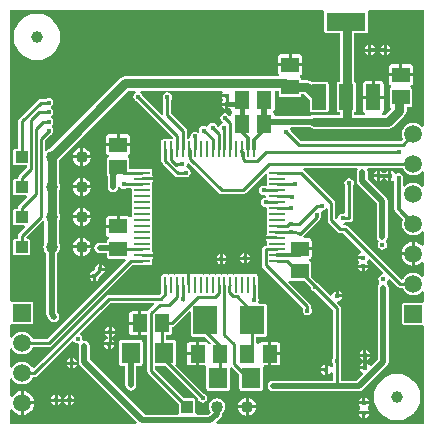
<source format=gbl>
G04 Layer_Physical_Order=2*
G04 Layer_Color=16711680*
%FSLAX24Y24*%
%MOIN*%
G70*
G01*
G75*
%ADD10R,0.0512X0.0591*%
%ADD11R,0.0591X0.0512*%
%ADD12R,0.0591X0.0591*%
%ADD19C,0.0098*%
%ADD20C,0.0197*%
%ADD21C,0.0118*%
%ADD22C,0.0394*%
%ADD23C,0.0400*%
%ADD24R,0.0400X0.0400*%
%ADD25R,0.0400X0.0400*%
%ADD26C,0.0591*%
%ADD27C,0.0150*%
%ADD28R,0.0114X0.0531*%
%ADD29R,0.0531X0.0114*%
%ADD30R,0.0630X0.0709*%
%ADD31R,0.0787X0.0945*%
%ADD32R,0.0472X0.0866*%
%ADD33R,0.1299X0.0630*%
%ADD34C,0.0315*%
%ADD35C,0.0157*%
G36*
X5002Y4169D02*
X4799Y3966D01*
X4780Y3939D01*
X4774Y3941D01*
X4568D01*
Y3543D01*
Y3146D01*
X4760D01*
Y1959D01*
X4770Y1909D01*
X4799Y1866D01*
X5806Y859D01*
Y563D01*
X5807Y561D01*
X5770Y506D01*
X5762Y501D01*
X4676D01*
X2838Y2339D01*
Y2781D01*
X2824Y2850D01*
X2785Y2908D01*
X2727Y2947D01*
X2657Y2961D01*
X2640Y2958D01*
X2589Y3009D01*
X2593Y3027D01*
X2581Y3087D01*
X2547Y3137D01*
X2531Y3148D01*
X2522Y3223D01*
X3524Y4225D01*
X4979D01*
X5002Y4169D01*
D02*
G37*
G36*
X13976Y10120D02*
X13916Y10100D01*
X13899Y10123D01*
X13821Y10183D01*
X13730Y10221D01*
X13632Y10234D01*
X13534Y10221D01*
X13443Y10183D01*
X13365Y10123D01*
X13305Y10045D01*
X13268Y9954D01*
X13255Y9856D01*
X13268Y9759D01*
X13292Y9700D01*
X13220Y9628D01*
X9872D01*
X9549Y9951D01*
X9544Y9976D01*
X9515Y10020D01*
X9523Y10051D01*
X9539Y10080D01*
X10180D01*
X10242Y10038D01*
X10335Y10020D01*
X12795D01*
X12887Y10038D01*
X12966Y10091D01*
X13335Y10460D01*
X13387Y10538D01*
X13405Y10630D01*
Y10737D01*
X13509D01*
X13540Y10743D01*
X13566Y10760D01*
X13583Y10786D01*
X13589Y10817D01*
Y11329D01*
X13583Y11359D01*
X13566Y11386D01*
X13540Y11403D01*
X13527Y11405D01*
X13527Y11467D01*
X13548Y11471D01*
X13581Y11493D01*
X13603Y11526D01*
X13611Y11565D01*
Y11771D01*
X13214D01*
Y11821D01*
D01*
Y11771D01*
X12816D01*
Y11565D01*
X12824Y11526D01*
X12846Y11493D01*
X12879Y11471D01*
X12900Y11467D01*
X12900Y11405D01*
X12888Y11403D01*
X12862Y11386D01*
X12844Y11359D01*
X12838Y11329D01*
Y10817D01*
X12844Y10786D01*
X12862Y10760D01*
X12866Y10757D01*
X12880Y10696D01*
X12877Y10684D01*
X12696Y10502D01*
X12593D01*
X12586Y10521D01*
X12583Y10562D01*
X12607Y10578D01*
X12629Y10611D01*
X12636Y10650D01*
Y11033D01*
X12298D01*
X11960D01*
Y10650D01*
X11968Y10611D01*
X11990Y10578D01*
X12014Y10562D01*
X12011Y10521D01*
X12004Y10502D01*
X11658D01*
Y10575D01*
X11660Y10575D01*
X11686Y10593D01*
X11703Y10619D01*
X11709Y10650D01*
Y11516D01*
X11703Y11547D01*
X11686Y11573D01*
X11660Y11590D01*
X11658Y11590D01*
Y13207D01*
X12042D01*
X12073Y13213D01*
X12099Y13231D01*
X12116Y13257D01*
X12123Y13287D01*
Y13917D01*
X12162Y13973D01*
X12167Y13976D01*
X13976D01*
Y10120D01*
D02*
G37*
G36*
X2315Y2931D02*
X2325Y2916D01*
X2376Y2882D01*
X2436Y2870D01*
X2438Y2870D01*
X2484Y2818D01*
X2477Y2781D01*
Y2264D01*
X2491Y2195D01*
X2530Y2136D01*
X4414Y252D01*
X4391Y197D01*
X197D01*
Y653D01*
X257Y671D01*
X309Y604D01*
X391Y541D01*
X487Y501D01*
X541Y494D01*
Y886D01*
Y1278D01*
X487Y1271D01*
X391Y1231D01*
X309Y1168D01*
X257Y1100D01*
X197Y1119D01*
Y1702D01*
X257Y1714D01*
X264Y1697D01*
X324Y1619D01*
X402Y1559D01*
X493Y1521D01*
X591Y1509D01*
X688Y1521D01*
X779Y1559D01*
X857Y1619D01*
X917Y1697D01*
X941Y1755D01*
X1000D01*
X1050Y1765D01*
X1092Y1794D01*
X2240Y2941D01*
X2315Y2931D01*
D02*
G37*
G36*
X10770Y7354D02*
Y6974D01*
X10780Y6924D01*
X10808Y6881D01*
X11101Y6589D01*
X11143Y6560D01*
X11193Y6550D01*
X11302D01*
X11896Y5956D01*
X11878Y5890D01*
X11832Y5859D01*
X11794Y5802D01*
X11790Y5783D01*
X11959D01*
Y5683D01*
X11790D01*
X11794Y5665D01*
X11832Y5607D01*
Y5564D01*
X11794Y5506D01*
X11790Y5488D01*
X12127D01*
X12124Y5506D01*
X12085Y5564D01*
Y5607D01*
X12115Y5652D01*
X12181Y5671D01*
X12618Y5234D01*
X12596Y5171D01*
X12563Y5165D01*
X12512Y5131D01*
X12478Y5080D01*
X12466Y5020D01*
X12478Y4960D01*
X12500Y4927D01*
X12496Y4853D01*
X12495Y4852D01*
X12456Y4794D01*
X12442Y4724D01*
Y2411D01*
Y2339D01*
X12231Y2127D01*
X12165Y2146D01*
X12134Y2193D01*
X12076Y2232D01*
X12058Y2235D01*
Y2067D01*
X12008D01*
Y2017D01*
X11839D01*
X11843Y1999D01*
X11882Y1941D01*
X11928Y1910D01*
X11948Y1844D01*
X11736Y1632D01*
X11203D01*
Y2207D01*
X11218Y2228D01*
X11230Y2288D01*
X11218Y2348D01*
X11203Y2370D01*
Y4055D01*
X11193Y4105D01*
X11165Y4147D01*
X11094Y4218D01*
X11095Y4224D01*
X11118Y4279D01*
X11166Y4289D01*
X11224Y4328D01*
X11262Y4385D01*
X11266Y4404D01*
X11097D01*
Y4454D01*
X11047D01*
Y4622D01*
X11029Y4619D01*
X10971Y4580D01*
X10933Y4522D01*
X10923Y4474D01*
X10868Y4451D01*
X10862Y4451D01*
X10504Y4808D01*
X10504Y4809D01*
X10470Y4860D01*
X10419Y4894D01*
X10418Y4894D01*
X10218Y5094D01*
Y5541D01*
X10212Y5572D01*
X10195Y5598D01*
X10169Y5616D01*
X10156Y5618D01*
X10156Y5679D01*
X10177Y5683D01*
X10210Y5705D01*
X10232Y5739D01*
X10240Y5778D01*
Y5983D01*
X9843D01*
Y6083D01*
X10240D01*
Y6289D01*
X10232Y6328D01*
X10210Y6361D01*
X10177Y6384D01*
X10138Y6391D01*
X9983D01*
X9975Y6403D01*
X9961Y6451D01*
X10501Y6991D01*
X10529Y7034D01*
X10538Y7077D01*
X10553Y7100D01*
X10565Y7160D01*
X10553Y7220D01*
X10536Y7247D01*
X10572Y7301D01*
X10581Y7299D01*
X10641Y7311D01*
X10692Y7345D01*
X10710Y7373D01*
X10770Y7354D01*
D02*
G37*
G36*
X10623Y13973D02*
X10663Y13917D01*
Y13287D01*
X10669Y13257D01*
X10686Y13231D01*
X10712Y13213D01*
X10743Y13207D01*
X11176D01*
Y11596D01*
X11157D01*
X11126Y11590D01*
X11100Y11573D01*
X11082Y11547D01*
X11076Y11516D01*
Y10650D01*
X11082Y10619D01*
X11100Y10593D01*
X11126Y10575D01*
X11157Y10569D01*
X11176D01*
Y10502D01*
X10335D01*
X10242Y10483D01*
X10180Y10441D01*
X9003D01*
Y10482D01*
X8996Y10513D01*
X8979Y10539D01*
X8967Y10547D01*
X8962Y10566D01*
Y10596D01*
X8967Y10614D01*
X8979Y10622D01*
X8996Y10648D01*
X9003Y10679D01*
Y11270D01*
X9027Y11300D01*
X9147D01*
Y11157D01*
X9153Y11126D01*
X9171Y11100D01*
X9197Y11082D01*
X9227Y11076D01*
X9818D01*
X9849Y11082D01*
X9875Y11100D01*
X9892Y11126D01*
X9898Y11157D01*
Y11172D01*
X9989D01*
X10171Y10990D01*
Y10650D01*
X10177Y10619D01*
X10194Y10593D01*
X10220Y10575D01*
X10251Y10569D01*
X10723D01*
X10754Y10575D01*
X10780Y10593D01*
X10798Y10619D01*
X10804Y10650D01*
Y11516D01*
X10798Y11547D01*
X10780Y11573D01*
X10754Y11590D01*
X10723Y11596D01*
X10251D01*
X10242Y11594D01*
X10181Y11635D01*
X10089Y11653D01*
X9898D01*
Y11668D01*
X9892Y11699D01*
X9875Y11725D01*
X9849Y11742D01*
X9836Y11745D01*
X9836Y11806D01*
X9857Y11810D01*
X9890Y11832D01*
X9912Y11866D01*
X9920Y11905D01*
Y12110D01*
X9523D01*
X9125D01*
Y11905D01*
X9133Y11866D01*
X9149Y11841D01*
X9139Y11807D01*
X9124Y11781D01*
X4029D01*
X3936Y11763D01*
X3858Y11711D01*
X1506Y9359D01*
X1502Y9358D01*
X1434Y9330D01*
X1396Y9301D01*
X1336Y9327D01*
Y9641D01*
X1511Y9816D01*
X1536Y9821D01*
X1587Y9855D01*
X1621Y9906D01*
X1633Y9966D01*
X1621Y10026D01*
X1587Y10076D01*
X1586Y10077D01*
Y10149D01*
X1587Y10150D01*
X1621Y10201D01*
X1633Y10261D01*
X1621Y10321D01*
X1587Y10372D01*
X1567Y10385D01*
Y10456D01*
X1587Y10470D01*
X1621Y10521D01*
X1633Y10581D01*
X1621Y10641D01*
X1587Y10692D01*
X1567Y10705D01*
Y10776D01*
X1587Y10790D01*
X1621Y10841D01*
X1633Y10901D01*
X1621Y10961D01*
X1587Y11011D01*
X1536Y11045D01*
X1476Y11057D01*
X1416Y11045D01*
X1395Y11031D01*
X1206D01*
X1156Y11021D01*
X1113Y10993D01*
X483Y10362D01*
X454Y10320D01*
X444Y10270D01*
Y9367D01*
X375D01*
X344Y9361D01*
X318Y9343D01*
X301Y9317D01*
X295Y9287D01*
Y8887D01*
X301Y8856D01*
X318Y8830D01*
X344Y8812D01*
X375Y8806D01*
X758D01*
Y8743D01*
X483Y8467D01*
X454Y8425D01*
X444Y8375D01*
Y8367D01*
X375D01*
X344Y8361D01*
X318Y8343D01*
X301Y8317D01*
X295Y8287D01*
Y7887D01*
X301Y7856D01*
X318Y7830D01*
X344Y7812D01*
X375Y7806D01*
X721D01*
X746Y7746D01*
X483Y7483D01*
X454Y7441D01*
X444Y7391D01*
Y7367D01*
X375D01*
X344Y7361D01*
X318Y7343D01*
X301Y7317D01*
X295Y7287D01*
Y6887D01*
X301Y6856D01*
X318Y6830D01*
X344Y6812D01*
X375Y6806D01*
X663D01*
X685Y6751D01*
X483Y6548D01*
X454Y6506D01*
X444Y6456D01*
Y6367D01*
X375D01*
X344Y6361D01*
X318Y6343D01*
X301Y6317D01*
X295Y6287D01*
Y5887D01*
X301Y5856D01*
X318Y5830D01*
X344Y5812D01*
X375Y5806D01*
X775D01*
X806Y5812D01*
X832Y5830D01*
X849Y5856D01*
X855Y5887D01*
Y6287D01*
X849Y6317D01*
X832Y6343D01*
X806Y6361D01*
X775Y6367D01*
X755D01*
X730Y6427D01*
X1261Y6958D01*
X1331Y6946D01*
X1333Y6944D01*
X1334Y6943D01*
Y6231D01*
X1331Y6227D01*
X1303Y6159D01*
X1294Y6087D01*
X1303Y6014D01*
X1331Y5946D01*
X1376Y5888D01*
X1394Y5874D01*
Y4011D01*
Y3839D01*
X1408Y3769D01*
X1447Y3711D01*
X1521Y3637D01*
X1579Y3598D01*
X1649Y3584D01*
X1718Y3598D01*
X1776Y3637D01*
X1816Y3696D01*
X1829Y3765D01*
X1816Y3834D01*
X1776Y3892D01*
X1755Y3913D01*
Y4011D01*
Y5874D01*
X1774Y5888D01*
X1818Y5946D01*
X1846Y6014D01*
X1856Y6087D01*
X1846Y6159D01*
X1818Y6227D01*
X1816Y6231D01*
Y6943D01*
X1818Y6946D01*
X1846Y7014D01*
X1856Y7087D01*
X1846Y7159D01*
X1818Y7227D01*
X1816Y7231D01*
Y7943D01*
X1818Y7946D01*
X1846Y8014D01*
X1856Y8087D01*
X1846Y8159D01*
X1818Y8227D01*
X1816Y8231D01*
Y8943D01*
X1818Y8946D01*
X1846Y9014D01*
X1847Y9018D01*
X4128Y11300D01*
X4354D01*
X4390Y11244D01*
X4390Y11240D01*
X4343Y11208D01*
X4309Y11157D01*
X4297Y11097D01*
X4309Y11037D01*
X4343Y10987D01*
X4394Y10953D01*
X4419Y10948D01*
X5622Y9745D01*
X5610Y9687D01*
X5504D01*
X5473Y9680D01*
X5463Y9673D01*
X5452Y9680D01*
X5421Y9687D01*
X5307D01*
X5276Y9680D01*
X5250Y9663D01*
X5233Y9637D01*
X5227Y9606D01*
Y9075D01*
X5233Y9044D01*
X5234Y9043D01*
Y8957D01*
X5244Y8907D01*
X5272Y8864D01*
X5678Y8458D01*
X5720Y8430D01*
X5770Y8420D01*
X5820Y8430D01*
X5824Y8433D01*
X5972D01*
X5993Y8418D01*
X6053Y8406D01*
X6113Y8418D01*
X6164Y8452D01*
X6198Y8503D01*
X6210Y8563D01*
X6198Y8623D01*
X6164Y8674D01*
X6113Y8708D01*
X6089Y8713D01*
X6061Y8778D01*
X6075Y8798D01*
X6086Y8856D01*
X6096Y8863D01*
X6143Y8884D01*
X7147Y7880D01*
X7189Y7852D01*
X7239Y7842D01*
X7948D01*
X7998Y7852D01*
X8040Y7880D01*
X8693Y8533D01*
X8727Y8519D01*
X8749Y8504D01*
X8755Y8475D01*
X8762Y8465D01*
X8755Y8454D01*
X8748Y8423D01*
Y8309D01*
X8755Y8278D01*
X8762Y8268D01*
X8755Y8257D01*
X8748Y8226D01*
Y8155D01*
X8711Y8127D01*
X8688Y8119D01*
X8637Y8129D01*
X8577Y8117D01*
X8526Y8083D01*
X8492Y8032D01*
X8480Y7972D01*
X8492Y7912D01*
X8526Y7862D01*
X8577Y7828D01*
X8637Y7816D01*
X8658Y7820D01*
X8716Y7778D01*
X8717Y7741D01*
X8711Y7735D01*
X8651Y7724D01*
X8600Y7690D01*
X8566Y7639D01*
X8554Y7579D01*
X8566Y7519D01*
X8600Y7468D01*
X8651Y7434D01*
X8711Y7422D01*
X8748Y7391D01*
Y7325D01*
X8755Y7294D01*
X8762Y7283D01*
X8755Y7273D01*
X8748Y7242D01*
Y7128D01*
X8755Y7097D01*
X8762Y7087D01*
X8755Y7076D01*
X8748Y7045D01*
Y6931D01*
X8755Y6900D01*
X8762Y6890D01*
X8755Y6879D01*
X8748Y6848D01*
Y6734D01*
X8755Y6704D01*
X8762Y6693D01*
X8755Y6682D01*
X8748Y6652D01*
Y6537D01*
X8752Y6520D01*
X8735Y6494D01*
X8727Y6455D01*
Y6448D01*
X9094D01*
Y6348D01*
X8727D01*
Y6341D01*
X8735Y6302D01*
X8752Y6275D01*
X8748Y6258D01*
Y6144D01*
X8741Y6134D01*
X8720D01*
X8670Y6124D01*
X8627Y6096D01*
X8599Y6054D01*
X8589Y6004D01*
Y5478D01*
X8599Y5428D01*
X8627Y5386D01*
X9963Y4050D01*
Y4048D01*
X9949Y4026D01*
X9937Y3966D01*
X9949Y3907D01*
X9983Y3856D01*
X10033Y3822D01*
X10093Y3810D01*
X10153Y3822D01*
X10204Y3856D01*
X10238Y3907D01*
X10250Y3966D01*
X10238Y4026D01*
X10224Y4048D01*
Y4104D01*
X10214Y4154D01*
X10186Y4197D01*
X9464Y4918D01*
X9502Y4965D01*
X9517Y4955D01*
X9547Y4949D01*
X9994D01*
X10204Y4739D01*
X10214Y4689D01*
X10248Y4638D01*
X10299Y4604D01*
X10349Y4594D01*
X10942Y4001D01*
Y2370D01*
X10928Y2348D01*
X10916Y2288D01*
X10928Y2228D01*
X10942Y2207D01*
Y2096D01*
X10882Y2078D01*
X10855Y2119D01*
X10797Y2158D01*
X10778Y2162D01*
Y1993D01*
Y1825D01*
X10797Y1828D01*
X10855Y1867D01*
X10882Y1909D01*
X10942Y1890D01*
Y1632D01*
X8957D01*
X8888Y1619D01*
X8829Y1579D01*
X8790Y1521D01*
X8776Y1452D01*
X8790Y1383D01*
X8829Y1324D01*
X8888Y1285D01*
X8957Y1271D01*
X11438D01*
X11442Y1270D01*
X11446Y1271D01*
X11811D01*
X11880Y1285D01*
X11939Y1324D01*
X12751Y2136D01*
X12790Y2195D01*
X12804Y2264D01*
Y2411D01*
Y4724D01*
X12790Y4794D01*
X12751Y4852D01*
X12750Y4853D01*
X12746Y4927D01*
X12768Y4960D01*
X12774Y4993D01*
X12837Y5015D01*
X13088Y4764D01*
X13130Y4736D01*
X13180Y4726D01*
X13281D01*
X13305Y4668D01*
X13365Y4590D01*
X13443Y4530D01*
X13534Y4492D01*
X13632Y4479D01*
X13730Y4492D01*
X13821Y4530D01*
X13899Y4590D01*
X13916Y4613D01*
X13976Y4592D01*
Y4280D01*
X13927Y4232D01*
X13337D01*
X13306Y4226D01*
X13280Y4208D01*
X13262Y4182D01*
X13256Y4152D01*
Y3561D01*
X13262Y3530D01*
X13280Y3504D01*
X13306Y3487D01*
X13337Y3481D01*
X13916D01*
X13936Y3472D01*
X13976Y3433D01*
Y197D01*
X7076D01*
X7053Y252D01*
X7204Y404D01*
X7244Y462D01*
X7257Y531D01*
Y542D01*
X7285Y564D01*
X7330Y622D01*
X7358Y690D01*
X7368Y763D01*
X7358Y836D01*
X7330Y903D01*
X7285Y962D01*
X7227Y1006D01*
X7159Y1034D01*
X7087Y1044D01*
X7014Y1034D01*
X6946Y1006D01*
X6888Y962D01*
X6843Y903D01*
X6815Y836D01*
X6805Y763D01*
X6815Y690D01*
X6843Y622D01*
X6873Y583D01*
X6790Y501D01*
X6411D01*
X6403Y506D01*
X6366Y561D01*
X6367Y563D01*
Y963D01*
X6361Y994D01*
X6343Y1020D01*
X6317Y1037D01*
X6287Y1043D01*
X5991D01*
X5021Y2013D01*
Y2124D01*
X5368D01*
X6455Y1038D01*
X6464Y995D01*
X6497Y944D01*
X6548Y910D01*
X6608Y899D01*
X6668Y910D01*
X6719Y944D01*
X6753Y995D01*
X6765Y1055D01*
X6753Y1115D01*
X6719Y1166D01*
X6668Y1200D01*
X6660Y1202D01*
X5698Y2164D01*
X5704Y2174D01*
X5710Y2205D01*
Y2913D01*
X5704Y2944D01*
X5687Y2970D01*
X5661Y2988D01*
X5630Y2994D01*
X5396D01*
Y3168D01*
X5522D01*
X5552Y3174D01*
X5578Y3191D01*
X5596Y3217D01*
X5602Y3248D01*
Y3418D01*
X5624Y3423D01*
X5666Y3451D01*
X6164Y3948D01*
X6219Y3925D01*
Y3169D01*
X6225Y3139D01*
X6242Y3113D01*
X6269Y3095D01*
X6299Y3089D01*
X6692D01*
X6879Y2902D01*
X6877Y2886D01*
X6860Y2860D01*
X6857Y2848D01*
X6796Y2848D01*
X6792Y2869D01*
X6770Y2902D01*
X6737Y2924D01*
X6698Y2932D01*
X6492D01*
Y2534D01*
Y2137D01*
X6686D01*
X6695Y2132D01*
X6712Y2114D01*
X6732Y2083D01*
X6731Y2077D01*
Y1368D01*
X6737Y1337D01*
X6754Y1311D01*
X6780Y1294D01*
X6811Y1288D01*
X7441D01*
X7472Y1294D01*
X7498Y1311D01*
X7515Y1337D01*
X7521Y1368D01*
Y2052D01*
X7581Y2077D01*
X7833Y1825D01*
Y1368D01*
X7839Y1337D01*
X7857Y1311D01*
X7883Y1294D01*
X7913Y1288D01*
X8543D01*
X8574Y1294D01*
X8600Y1311D01*
X8617Y1337D01*
X8624Y1368D01*
Y2077D01*
X8623Y2077D01*
X8662Y2133D01*
X8668Y2137D01*
X8789D01*
Y2534D01*
Y2932D01*
X8583D01*
X8544Y2924D01*
X8511Y2902D01*
X8488Y2869D01*
X8484Y2848D01*
X8423Y2848D01*
X8421Y2860D01*
X8403Y2886D01*
X8398Y2890D01*
Y3089D01*
X8661D01*
X8692Y3095D01*
X8718Y3113D01*
X8736Y3139D01*
X8742Y3169D01*
Y4114D01*
X8736Y4145D01*
X8718Y4171D01*
X8692Y4188D01*
X8661Y4194D01*
X8481D01*
X8449Y4254D01*
X8457Y4266D01*
X8469Y4326D01*
X8457Y4386D01*
X8442Y4407D01*
Y4528D01*
X8448Y4536D01*
X8454Y4567D01*
Y5098D01*
X8448Y5129D01*
X8431Y5155D01*
X8405Y5173D01*
X8374Y5179D01*
X8260D01*
X8229Y5173D01*
X8219Y5166D01*
X8208Y5173D01*
X8177Y5179D01*
X8063D01*
X8032Y5173D01*
X8022Y5166D01*
X8011Y5173D01*
X7980Y5179D01*
X7866D01*
X7835Y5173D01*
X7825Y5166D01*
X7814Y5173D01*
X7783Y5179D01*
X7669D01*
X7639Y5173D01*
X7628Y5166D01*
X7617Y5173D01*
X7587Y5179D01*
X7472D01*
X7442Y5173D01*
X7431Y5166D01*
X7420Y5173D01*
X7390Y5179D01*
X7276D01*
X7245Y5173D01*
X7234Y5166D01*
X7224Y5173D01*
X7193Y5179D01*
X7079D01*
X7048Y5173D01*
X7037Y5166D01*
X7027Y5173D01*
X6996Y5179D01*
X6882D01*
X6851Y5173D01*
X6841Y5166D01*
X6830Y5173D01*
X6799Y5179D01*
X6685D01*
X6654Y5173D01*
X6644Y5166D01*
X6633Y5173D01*
X6602Y5179D01*
X6488D01*
X6457Y5173D01*
X6447Y5166D01*
X6436Y5173D01*
X6406Y5179D01*
X6291D01*
X6274Y5175D01*
X6248Y5193D01*
X6209Y5200D01*
X6202D01*
Y4833D01*
X6102D01*
Y5200D01*
X6094D01*
X6055Y5193D01*
X6029Y5175D01*
X6012Y5179D01*
X5898D01*
X5867Y5173D01*
X5856Y5166D01*
X5846Y5173D01*
X5815Y5179D01*
X5701D01*
X5670Y5173D01*
X5659Y5166D01*
X5649Y5173D01*
X5618Y5179D01*
X5504D01*
X5473Y5173D01*
X5463Y5166D01*
X5452Y5173D01*
X5421Y5179D01*
X5307D01*
X5276Y5173D01*
X5250Y5155D01*
X5233Y5129D01*
X5227Y5098D01*
Y4567D01*
X5230Y4553D01*
X5163Y4486D01*
X3469D01*
X3420Y4476D01*
X3377Y4448D01*
X989Y2059D01*
X918Y2073D01*
X917Y2074D01*
X857Y2153D01*
X779Y2213D01*
X688Y2250D01*
X591Y2263D01*
X493Y2250D01*
X402Y2213D01*
X324Y2153D01*
X264Y2074D01*
X257Y2058D01*
X197Y2069D01*
Y2702D01*
X257Y2714D01*
X264Y2697D01*
X324Y2619D01*
X402Y2559D01*
X493Y2521D01*
X591Y2509D01*
X688Y2521D01*
X779Y2559D01*
X857Y2619D01*
X917Y2697D01*
X941Y2755D01*
X1483D01*
X1533Y2765D01*
X1576Y2794D01*
X4262Y5480D01*
X4289D01*
X4290Y5479D01*
X4321Y5473D01*
X4852D01*
X4883Y5479D01*
X4909Y5496D01*
X4927Y5522D01*
X4933Y5553D01*
Y5667D01*
X4929Y5685D01*
X4947Y5711D01*
X4954Y5750D01*
Y5757D01*
X4587D01*
Y5857D01*
X4954D01*
Y5864D01*
X4947Y5903D01*
X4929Y5929D01*
X4933Y5947D01*
Y6061D01*
X4927Y6092D01*
X4919Y6102D01*
X4927Y6113D01*
X4933Y6144D01*
Y6258D01*
X4927Y6289D01*
X4919Y6299D01*
X4927Y6310D01*
X4933Y6341D01*
Y6455D01*
X4927Y6485D01*
X4919Y6496D01*
X4927Y6507D01*
X4933Y6537D01*
Y6652D01*
X4927Y6682D01*
X4919Y6693D01*
X4927Y6704D01*
X4933Y6734D01*
Y6848D01*
X4927Y6879D01*
X4919Y6890D01*
X4927Y6900D01*
X4933Y6931D01*
Y7045D01*
X4927Y7076D01*
X4919Y7087D01*
X4927Y7097D01*
X4933Y7128D01*
Y7242D01*
X4927Y7273D01*
X4919Y7283D01*
X4927Y7294D01*
X4933Y7325D01*
Y7439D01*
X4927Y7470D01*
X4919Y7480D01*
X4927Y7491D01*
X4933Y7522D01*
Y7636D01*
X4927Y7667D01*
X4919Y7677D01*
X4927Y7688D01*
X4933Y7718D01*
Y7833D01*
X4927Y7863D01*
X4919Y7874D01*
X4927Y7885D01*
X4933Y7915D01*
Y8030D01*
X4927Y8060D01*
X4919Y8071D01*
X4927Y8081D01*
X4933Y8112D01*
Y8226D01*
X4929Y8244D01*
X4947Y8270D01*
X4954Y8309D01*
Y8316D01*
X4587D01*
Y8416D01*
X4954D01*
Y8423D01*
X4947Y8462D01*
X4929Y8488D01*
X4933Y8506D01*
Y8620D01*
X4927Y8651D01*
X4909Y8677D01*
X4883Y8694D01*
X4852Y8700D01*
X4321D01*
X4290Y8694D01*
X4289Y8693D01*
X4165D01*
Y9006D01*
X4159Y9037D01*
X4141Y9063D01*
X4115Y9080D01*
X4103Y9083D01*
X4103Y9144D01*
X4124Y9148D01*
X4157Y9170D01*
X4179Y9203D01*
X4187Y9242D01*
Y9448D01*
X3392D01*
Y9242D01*
X3400Y9203D01*
X3422Y9170D01*
X3455Y9148D01*
X3476Y9144D01*
X3476Y9083D01*
X3463Y9080D01*
X3437Y9063D01*
X3420Y9037D01*
X3414Y9006D01*
Y8494D01*
X3420Y8463D01*
X3436Y8439D01*
Y8095D01*
X3450Y8026D01*
X3489Y7968D01*
X3548Y7929D01*
X3617Y7915D01*
X3686Y7929D01*
X3745Y7968D01*
X3784Y8026D01*
X3793Y8073D01*
X3856Y8088D01*
X3875Y8058D01*
X3926Y8024D01*
X3986Y8013D01*
X4046Y8024D01*
X4068Y8039D01*
X4233D01*
X4241Y8030D01*
Y7915D01*
X4247Y7885D01*
X4254Y7874D01*
X4247Y7863D01*
X4241Y7833D01*
Y7718D01*
X4247Y7688D01*
X4254Y7677D01*
X4247Y7667D01*
X4241Y7636D01*
Y7522D01*
X4247Y7491D01*
X4254Y7480D01*
X4247Y7470D01*
X4241Y7439D01*
Y7325D01*
X4247Y7294D01*
X4254Y7283D01*
X4247Y7273D01*
X4241Y7242D01*
Y7128D01*
X4245Y7105D01*
X4234Y7084D01*
X4226Y7081D01*
X4170Y7083D01*
X4166Y7085D01*
X4157Y7100D01*
X4124Y7122D01*
X4085Y7130D01*
X3839D01*
Y6772D01*
X3789D01*
Y6722D01*
X3392D01*
Y6516D01*
X3400Y6477D01*
X3422Y6444D01*
X3455Y6422D01*
X3476Y6417D01*
X3476Y6356D01*
X3463Y6354D01*
X3437Y6336D01*
X3420Y6310D01*
X3414Y6280D01*
Y6234D01*
X3174D01*
X3105Y6220D01*
X3046Y6181D01*
X3007Y6122D01*
X2994Y6053D01*
X3007Y5984D01*
X3046Y5925D01*
X3105Y5886D01*
X3174Y5873D01*
X3414D01*
Y5768D01*
X3420Y5737D01*
X3437Y5711D01*
X3463Y5694D01*
X3494Y5687D01*
X4016D01*
X4040Y5627D01*
X1429Y3016D01*
X941D01*
X917Y3074D01*
X857Y3153D01*
X779Y3213D01*
X688Y3250D01*
X591Y3263D01*
X493Y3250D01*
X402Y3213D01*
X324Y3153D01*
X264Y3074D01*
X257Y3058D01*
X197Y3069D01*
Y3495D01*
X200Y3498D01*
X257Y3522D01*
X265Y3516D01*
X295Y3510D01*
X886D01*
X917Y3516D01*
X943Y3534D01*
X960Y3560D01*
X966Y3591D01*
Y4181D01*
X960Y4212D01*
X943Y4238D01*
X917Y4255D01*
X886Y4261D01*
X295D01*
X265Y4255D01*
X257Y4250D01*
X200Y4274D01*
X197Y4277D01*
X197Y13976D01*
X10618D01*
X10623Y13973D01*
D02*
G37*
G36*
X13305Y8668D02*
X13365Y8590D01*
X13443Y8530D01*
X13534Y8492D01*
X13632Y8479D01*
X13730Y8492D01*
X13821Y8530D01*
X13899Y8590D01*
X13916Y8613D01*
X13976Y8592D01*
Y8120D01*
X13916Y8100D01*
X13899Y8123D01*
X13821Y8183D01*
X13730Y8221D01*
X13632Y8234D01*
X13534Y8221D01*
X13443Y8183D01*
X13365Y8123D01*
X13340Y8091D01*
X13280Y8111D01*
Y8324D01*
X13285Y8331D01*
X13297Y8391D01*
X13285Y8451D01*
X13251Y8502D01*
X13200Y8536D01*
X13140Y8547D01*
X13080Y8536D01*
X13071Y8530D01*
X13057Y8530D01*
X12996Y8552D01*
X12971Y8591D01*
X12913Y8629D01*
X12894Y8633D01*
Y8465D01*
Y8296D01*
X12913Y8300D01*
X12938Y8316D01*
X12940Y8317D01*
X12999Y8285D01*
Y7348D01*
X13010Y7295D01*
X13040Y7249D01*
X13287Y7002D01*
X13268Y6954D01*
X13255Y6856D01*
X13268Y6759D01*
X13305Y6668D01*
X13365Y6590D01*
X13443Y6530D01*
X13534Y6492D01*
X13632Y6479D01*
X13730Y6492D01*
X13821Y6530D01*
X13899Y6590D01*
X13916Y6613D01*
X13976Y6592D01*
Y6150D01*
X13920Y6131D01*
X13914Y6138D01*
X13831Y6202D01*
X13735Y6241D01*
X13682Y6248D01*
Y5856D01*
Y5464D01*
X13735Y5471D01*
X13831Y5511D01*
X13914Y5574D01*
X13920Y5582D01*
X13976Y5563D01*
Y5120D01*
X13916Y5100D01*
X13899Y5123D01*
X13821Y5183D01*
X13730Y5221D01*
X13632Y5234D01*
X13534Y5221D01*
X13443Y5183D01*
X13365Y5123D01*
X13305Y5045D01*
X13288Y5003D01*
X13226Y4995D01*
X11448Y6773D01*
X11405Y6801D01*
X11356Y6811D01*
X11291D01*
X11285Y6822D01*
X11314Y6890D01*
X11330Y6893D01*
X11351Y6907D01*
X11491D01*
X11541Y6917D01*
X11583Y6945D01*
X11612Y6987D01*
X11622Y7037D01*
Y8137D01*
X11636Y8159D01*
X11648Y8219D01*
X11636Y8278D01*
X11602Y8329D01*
X11551Y8363D01*
X11491Y8375D01*
X11431Y8363D01*
X11380Y8329D01*
X11346Y8278D01*
X11334Y8219D01*
X11346Y8159D01*
X11361Y8137D01*
Y7233D01*
X11356Y7225D01*
X11301Y7188D01*
X11270Y7194D01*
X11210Y7182D01*
X11159Y7148D01*
X11125Y7097D01*
X11118Y7063D01*
X11060Y7034D01*
X11056Y7034D01*
X11031Y7052D01*
Y7554D01*
X11021Y7604D01*
X10993Y7646D01*
X10760Y7879D01*
X10760Y7879D01*
X9984Y8655D01*
X9968Y8666D01*
X9986Y8726D01*
X11741D01*
X11773Y8666D01*
X11767Y8657D01*
X11753Y8588D01*
Y8292D01*
X11767Y8223D01*
X11806Y8165D01*
X12418Y7553D01*
Y6422D01*
X12432Y6353D01*
X12471Y6295D01*
X12464Y6227D01*
X12454Y6212D01*
X12442Y6152D01*
X12454Y6092D01*
X12488Y6041D01*
X12538Y6007D01*
X12598Y5995D01*
X12658Y6007D01*
X12709Y6041D01*
X12743Y6092D01*
X12755Y6152D01*
X12743Y6212D01*
X12733Y6227D01*
X12726Y6295D01*
X12765Y6353D01*
X12779Y6422D01*
Y7628D01*
X12765Y7697D01*
X12726Y7756D01*
X12115Y8367D01*
Y8588D01*
X12101Y8657D01*
X12095Y8666D01*
X12127Y8726D01*
X13281D01*
X13305Y8668D01*
D02*
G37*
G36*
X7265Y11274D02*
X7275Y11240D01*
X7242Y11190D01*
X7238Y11172D01*
X7406D01*
Y11072D01*
X7238D01*
X7242Y11054D01*
X7280Y10996D01*
Y10978D01*
X7242Y10920D01*
X7238Y10901D01*
X7406D01*
Y10851D01*
X7456D01*
Y10683D01*
X7475Y10687D01*
X7500Y10704D01*
X7543Y10686D01*
X7562Y10672D01*
X7568Y10640D01*
X7590Y10607D01*
Y10554D01*
X7568Y10521D01*
X7560Y10482D01*
Y10462D01*
X7505Y10445D01*
X7500Y10446D01*
X7468Y10495D01*
X7417Y10529D01*
X7357Y10541D01*
X7297Y10529D01*
X7246Y10495D01*
X7212Y10444D01*
X7201Y10384D01*
X7212Y10324D01*
X7246Y10273D01*
X7279Y10251D01*
X7268Y10188D01*
X7248Y10184D01*
X7197Y10150D01*
X7167Y10105D01*
X7155Y10098D01*
X7100Y10088D01*
X7089Y10099D01*
X7084Y10124D01*
X7050Y10175D01*
X6999Y10209D01*
X6939Y10221D01*
X6879Y10209D01*
X6828Y10175D01*
X6794Y10124D01*
X6793Y10119D01*
X6727Y10095D01*
X6704Y10110D01*
X6644Y10122D01*
X6584Y10110D01*
X6533Y10076D01*
X6499Y10026D01*
X6487Y9966D01*
X6495Y9926D01*
X6442Y9891D01*
X6408Y9914D01*
X6348Y9925D01*
X6288Y9914D01*
X6238Y9880D01*
X6204Y9829D01*
X6192Y9769D01*
X6196Y9747D01*
X6152Y9687D01*
X6151Y9687D01*
X6094D01*
X6085Y9694D01*
Y9966D01*
X6075Y10015D01*
X6047Y10058D01*
X5559Y10546D01*
Y11001D01*
X5573Y11023D01*
X5585Y11083D01*
X5573Y11143D01*
X5539Y11193D01*
X5488Y11227D01*
X5428Y11239D01*
X5368Y11227D01*
X5317Y11193D01*
X5283Y11143D01*
X5271Y11083D01*
X5283Y11023D01*
X5298Y11001D01*
Y10523D01*
X5238Y10498D01*
X4604Y11132D01*
X4599Y11157D01*
X4565Y11208D01*
X4518Y11240D01*
X4517Y11244D01*
X4553Y11300D01*
X7249D01*
X7265Y11274D01*
D02*
G37*
%LPC*%
G36*
X4468Y3941D02*
X4262D01*
X4223Y3933D01*
X4190Y3911D01*
X4168Y3878D01*
X4160Y3839D01*
Y3593D01*
X4468D01*
Y3941D01*
D02*
G37*
G36*
X3569Y3417D02*
Y3298D01*
X3687D01*
X3684Y3316D01*
X3645Y3374D01*
X3587Y3413D01*
X3569Y3417D01*
D02*
G37*
G36*
X3469D02*
X3450Y3413D01*
X3393Y3374D01*
X3354Y3316D01*
X3350Y3298D01*
X3469D01*
Y3417D01*
D02*
G37*
G36*
X3444Y2804D02*
X3326D01*
X3329Y2786D01*
X3368Y2728D01*
X3426Y2689D01*
X3444Y2686D01*
Y2804D01*
D02*
G37*
G36*
X4468Y3493D02*
X4160D01*
Y3248D01*
X4168Y3209D01*
X4190Y3176D01*
X4223Y3154D01*
X4262Y3146D01*
X4468D01*
Y3493D01*
D02*
G37*
G36*
X3687Y3198D02*
X3350D01*
X3354Y3180D01*
X3393Y3122D01*
X3448Y3085D01*
X3450Y3074D01*
X3445Y3023D01*
X3426Y3019D01*
X3368Y2980D01*
X3329Y2923D01*
X3326Y2904D01*
X3663D01*
X3659Y2923D01*
X3620Y2980D01*
X3565Y3018D01*
X3563Y3028D01*
X3568Y3079D01*
X3587Y3083D01*
X3645Y3122D01*
X3684Y3180D01*
X3687Y3198D01*
D02*
G37*
G36*
X3663Y2804D02*
X3544D01*
Y2686D01*
X3562Y2689D01*
X3620Y2728D01*
X3659Y2786D01*
X3663Y2804D01*
D02*
G37*
G36*
X4528Y2994D02*
X3898D01*
X3867Y2988D01*
X3841Y2970D01*
X3823Y2944D01*
X3817Y2913D01*
Y2205D01*
X3823Y2174D01*
X3841Y2148D01*
X3867Y2131D01*
X3898Y2124D01*
X4032D01*
Y1501D01*
X4027Y1476D01*
X4041Y1407D01*
X4080Y1349D01*
X4139Y1309D01*
X4208Y1296D01*
X4277Y1309D01*
X4335Y1349D01*
X4340Y1354D01*
X4379Y1412D01*
X4393Y1481D01*
Y2124D01*
X4528D01*
X4558Y2131D01*
X4584Y2148D01*
X4602Y2174D01*
X4608Y2205D01*
Y2913D01*
X4602Y2944D01*
X4584Y2970D01*
X4558Y2988D01*
X4528Y2994D01*
D02*
G37*
G36*
X13164Y12179D02*
X12918D01*
X12879Y12171D01*
X12846Y12149D01*
X12824Y12116D01*
X12816Y12077D01*
Y11871D01*
X13164D01*
Y12179D01*
D02*
G37*
G36*
X12534Y11618D02*
X12348D01*
Y11133D01*
X12636D01*
Y11516D01*
X12629Y11555D01*
X12607Y11588D01*
X12573Y11610D01*
X12534Y11618D01*
D02*
G37*
G36*
X12248D02*
X12062D01*
X12023Y11610D01*
X11990Y11588D01*
X11968Y11555D01*
X11960Y11516D01*
Y11133D01*
X12248D01*
Y11618D01*
D02*
G37*
G36*
X12230Y12816D02*
Y12698D01*
X12349D01*
X12345Y12716D01*
X12306Y12774D01*
X12248Y12812D01*
X12230Y12816D01*
D02*
G37*
G36*
X12130D02*
X12112Y12812D01*
X12054Y12774D01*
X12015Y12716D01*
X12012Y12698D01*
X12130D01*
Y12816D01*
D02*
G37*
G36*
X12865Y12598D02*
X12747D01*
Y12479D01*
X12765Y12483D01*
X12823Y12521D01*
X12862Y12579D01*
X12865Y12598D01*
D02*
G37*
G36*
X12747Y12816D02*
Y12698D01*
X12865D01*
X12862Y12716D01*
X12823Y12774D01*
X12765Y12812D01*
X12747Y12816D01*
D02*
G37*
G36*
X12647D02*
X12629Y12812D01*
X12571Y12774D01*
X12532Y12716D01*
X12528Y12698D01*
X12647D01*
Y12816D01*
D02*
G37*
G36*
X13509Y12179D02*
X13264D01*
Y11871D01*
X13611D01*
Y12077D01*
X13603Y12116D01*
X13581Y12149D01*
X13548Y12171D01*
X13509Y12179D01*
D02*
G37*
G36*
X12647Y12598D02*
X12528D01*
X12532Y12579D01*
X12571Y12521D01*
X12629Y12483D01*
X12647Y12479D01*
Y12598D01*
D02*
G37*
G36*
X12349D02*
X12230D01*
Y12479D01*
X12248Y12483D01*
X12306Y12521D01*
X12345Y12579D01*
X12349Y12598D01*
D02*
G37*
G36*
X12130D02*
X12012D01*
X12015Y12579D01*
X12054Y12521D01*
X12112Y12483D01*
X12130Y12479D01*
Y12598D01*
D02*
G37*
G36*
X2289Y2383D02*
Y2265D01*
X2408D01*
X2404Y2283D01*
X2365Y2341D01*
X2307Y2379D01*
X2289Y2383D01*
D02*
G37*
G36*
X2189D02*
X2171Y2379D01*
X2113Y2341D01*
X2074Y2283D01*
X2071Y2265D01*
X2189D01*
Y2383D01*
D02*
G37*
G36*
X2115Y934D02*
X1997D01*
X2001Y916D01*
X2039Y858D01*
X2097Y819D01*
X2115Y816D01*
Y934D01*
D02*
G37*
G36*
X1891Y934D02*
X1772D01*
Y816D01*
X1791Y819D01*
X1849Y858D01*
X1887Y916D01*
X1891Y934D01*
D02*
G37*
G36*
X1672D02*
X1554D01*
X1558Y916D01*
X1596Y858D01*
X1654Y819D01*
X1672Y816D01*
Y934D01*
D02*
G37*
G36*
X2334Y934D02*
X2215D01*
Y816D01*
X2234Y819D01*
X2292Y858D01*
X2330Y916D01*
X2334Y934D01*
D02*
G37*
G36*
X983Y836D02*
X641D01*
Y494D01*
X694Y501D01*
X790Y541D01*
X872Y604D01*
X936Y686D01*
X976Y783D01*
X983Y836D01*
D02*
G37*
G36*
X2408Y2165D02*
X2289D01*
Y2046D01*
X2307Y2050D01*
X2365Y2088D01*
X2404Y2146D01*
X2408Y2165D01*
D02*
G37*
G36*
X2189D02*
X2071D01*
X2074Y2146D01*
X2113Y2088D01*
X2171Y2050D01*
X2189Y2046D01*
Y2165D01*
D02*
G37*
G36*
X2115Y1153D02*
X2097Y1149D01*
X2039Y1110D01*
X2001Y1053D01*
X1997Y1034D01*
X2115D01*
Y1153D01*
D02*
G37*
G36*
X641Y1278D02*
Y936D01*
X983D01*
X976Y989D01*
X936Y1085D01*
X872Y1168D01*
X790Y1231D01*
X694Y1271D01*
X641Y1278D01*
D02*
G37*
G36*
X1772Y1153D02*
Y1034D01*
X1891D01*
X1887Y1053D01*
X1849Y1110D01*
X1791Y1149D01*
X1772Y1153D01*
D02*
G37*
G36*
X1672D02*
X1654Y1149D01*
X1596Y1110D01*
X1558Y1053D01*
X1554Y1034D01*
X1672D01*
Y1153D01*
D02*
G37*
G36*
X2215Y1153D02*
Y1034D01*
X2334D01*
X2330Y1053D01*
X2292Y1110D01*
X2234Y1149D01*
X2215Y1153D01*
D02*
G37*
G36*
X12176Y2435D02*
X12058D01*
Y2317D01*
X12076Y2320D01*
X12134Y2359D01*
X12173Y2417D01*
X12176Y2435D01*
D02*
G37*
G36*
X11958Y2654D02*
X11940Y2650D01*
X11882Y2611D01*
X11843Y2554D01*
X11839Y2535D01*
X11958D01*
Y2654D01*
D02*
G37*
G36*
Y2235D02*
X11940Y2232D01*
X11882Y2193D01*
X11843Y2135D01*
X11839Y2117D01*
X11958D01*
Y2235D01*
D02*
G37*
G36*
Y2435D02*
X11839D01*
X11843Y2417D01*
X11882Y2359D01*
X11940Y2320D01*
X11958Y2317D01*
Y2435D01*
D02*
G37*
G36*
X12058Y2654D02*
Y2535D01*
X12176D01*
X12173Y2554D01*
X12134Y2611D01*
X12076Y2650D01*
X12058Y2654D01*
D02*
G37*
G36*
X11147Y4622D02*
Y4504D01*
X11266D01*
X11262Y4522D01*
X11224Y4580D01*
X11166Y4619D01*
X11147Y4622D01*
D02*
G37*
G36*
X11909Y5388D02*
X11790D01*
X11794Y5370D01*
X11832Y5312D01*
X11890Y5273D01*
X11909Y5270D01*
Y5388D01*
D02*
G37*
G36*
X12127D02*
X12009D01*
Y5270D01*
X12027Y5273D01*
X12085Y5312D01*
X12124Y5370D01*
X12127Y5388D01*
D02*
G37*
G36*
X9196Y2484D02*
X8889D01*
Y2137D01*
X9094D01*
X9134Y2145D01*
X9167Y2167D01*
X9189Y2200D01*
X9196Y2239D01*
Y2484D01*
D02*
G37*
G36*
X6392D02*
X6084D01*
Y2239D01*
X6092Y2200D01*
X6114Y2167D01*
X6147Y2145D01*
X6186Y2137D01*
X6392D01*
Y2484D01*
D02*
G37*
G36*
X3150Y5509D02*
X3131Y5505D01*
X3073Y5467D01*
X3035Y5409D01*
X3024Y5353D01*
X3017Y5337D01*
X2970Y5290D01*
X2934Y5283D01*
X2876Y5244D01*
X2837Y5186D01*
X2833Y5168D01*
X3002D01*
Y5118D01*
X3052D01*
Y4950D01*
X3070Y4953D01*
X3128Y4992D01*
X3167Y5050D01*
X3178Y5105D01*
X3184Y5122D01*
X3232Y5168D01*
X3268Y5176D01*
X3326Y5214D01*
X3364Y5272D01*
X3368Y5290D01*
X3200D01*
Y5340D01*
X3150D01*
Y5509D01*
D02*
G37*
G36*
X2952Y5068D02*
X2833D01*
X2837Y5050D01*
X2876Y4992D01*
X2934Y4953D01*
X2952Y4950D01*
Y5068D01*
D02*
G37*
G36*
X9094Y2932D02*
X8889D01*
Y2584D01*
X9196D01*
Y2830D01*
X9189Y2869D01*
X9167Y2902D01*
X9134Y2924D01*
X9094Y2932D01*
D02*
G37*
G36*
X6392D02*
X6186D01*
X6147Y2924D01*
X6114Y2902D01*
X6092Y2869D01*
X6084Y2830D01*
Y2584D01*
X6392D01*
Y2932D01*
D02*
G37*
G36*
X8137Y1059D02*
Y813D01*
X8383D01*
X8379Y841D01*
X8349Y914D01*
X8301Y977D01*
X8238Y1025D01*
X8165Y1055D01*
X8137Y1059D01*
D02*
G37*
G36*
X8037D02*
X8008Y1055D01*
X7935Y1025D01*
X7873Y977D01*
X7825Y914D01*
X7794Y841D01*
X7791Y813D01*
X8037D01*
Y1059D01*
D02*
G37*
G36*
Y713D02*
X7791D01*
X7794Y684D01*
X7825Y611D01*
X7873Y549D01*
X7935Y501D01*
X8008Y471D01*
X8037Y467D01*
Y713D01*
D02*
G37*
G36*
X12152Y516D02*
X12033D01*
Y397D01*
X12052Y401D01*
X12109Y440D01*
X12148Y498D01*
X12152Y516D01*
D02*
G37*
G36*
X11933D02*
X11815D01*
X11818Y498D01*
X11857Y440D01*
X11915Y401D01*
X11933Y397D01*
Y516D01*
D02*
G37*
G36*
X12152Y836D02*
X11815D01*
X11818Y818D01*
X11855Y763D01*
X11863Y746D01*
Y706D01*
X11855Y689D01*
X11818Y634D01*
X11815Y616D01*
X12152D01*
X12148Y634D01*
X12112Y689D01*
X12104Y706D01*
Y746D01*
X12112Y763D01*
X12148Y818D01*
X12152Y836D01*
D02*
G37*
G36*
X8383Y713D02*
X8137D01*
Y467D01*
X8165Y471D01*
X8238Y501D01*
X8301Y549D01*
X8349Y611D01*
X8379Y684D01*
X8383Y713D01*
D02*
G37*
G36*
X11933Y1054D02*
X11915Y1051D01*
X11857Y1012D01*
X11818Y954D01*
X11815Y936D01*
X11933D01*
Y1054D01*
D02*
G37*
G36*
X13091Y1855D02*
X13087Y1854D01*
X13083Y1855D01*
X12948Y1842D01*
X12940Y1839D01*
X12932Y1839D01*
X12802Y1799D01*
X12795Y1795D01*
X12788Y1793D01*
X12668Y1729D01*
X12662Y1724D01*
X12655Y1720D01*
X12550Y1634D01*
X12545Y1628D01*
X12539Y1623D01*
X12453Y1518D01*
X12449Y1511D01*
X12444Y1505D01*
X12380Y1385D01*
X12378Y1378D01*
X12374Y1371D01*
X12335Y1241D01*
X12334Y1233D01*
X12332Y1226D01*
X12318Y1091D01*
X12319Y1083D01*
X12318Y1075D01*
X12332Y940D01*
X12334Y932D01*
X12335Y924D01*
X12374Y794D01*
X12378Y787D01*
X12380Y780D01*
X12444Y660D01*
X12449Y654D01*
X12453Y647D01*
X12539Y542D01*
X12545Y537D01*
X12550Y531D01*
X12655Y445D01*
X12662Y441D01*
X12668Y436D01*
X12788Y372D01*
X12795Y370D01*
X12802Y366D01*
X12932Y327D01*
X12940Y326D01*
X12948Y324D01*
X13083Y310D01*
X13087Y311D01*
X13091Y310D01*
X13094Y311D01*
X13098Y310D01*
X13233Y324D01*
X13241Y326D01*
X13249Y327D01*
X13379Y366D01*
X13386Y370D01*
X13393Y372D01*
X13513Y436D01*
X13519Y441D01*
X13526Y445D01*
X13631Y531D01*
X13636Y537D01*
X13642Y542D01*
X13728Y647D01*
X13732Y654D01*
X13737Y660D01*
X13801Y780D01*
X13803Y787D01*
X13807Y794D01*
X13846Y924D01*
X13847Y932D01*
X13849Y940D01*
X13863Y1075D01*
X13862Y1083D01*
X13863Y1091D01*
X13849Y1226D01*
X13847Y1233D01*
X13846Y1241D01*
X13807Y1371D01*
X13803Y1378D01*
X13801Y1385D01*
X13737Y1505D01*
X13732Y1511D01*
X13728Y1518D01*
X13642Y1623D01*
X13636Y1628D01*
X13631Y1634D01*
X13526Y1720D01*
X13519Y1724D01*
X13513Y1729D01*
X13393Y1793D01*
X13386Y1795D01*
X13379Y1799D01*
X13249Y1839D01*
X13241Y1839D01*
X13233Y1842D01*
X13098Y1855D01*
X13094Y1854D01*
X13091Y1855D01*
D02*
G37*
G36*
X10678Y1943D02*
X10560D01*
X10563Y1925D01*
X10602Y1867D01*
X10660Y1828D01*
X10678Y1825D01*
Y1943D01*
D02*
G37*
G36*
Y2162D02*
X10660Y2158D01*
X10602Y2119D01*
X10563Y2061D01*
X10560Y2043D01*
X10678D01*
Y2162D01*
D02*
G37*
G36*
X12033Y1054D02*
Y936D01*
X12152D01*
X12148Y954D01*
X12109Y1012D01*
X12052Y1051D01*
X12033Y1054D01*
D02*
G37*
G36*
X4085Y9856D02*
X3839D01*
Y9548D01*
X4187D01*
Y9754D01*
X4179Y9793D01*
X4157Y9826D01*
X4124Y9848D01*
X4085Y9856D01*
D02*
G37*
G36*
X3739D02*
X3494D01*
X3455Y9848D01*
X3422Y9826D01*
X3400Y9793D01*
X3392Y9754D01*
Y9548D01*
X3739D01*
Y9856D01*
D02*
G37*
G36*
X2525Y9037D02*
X2279D01*
X2283Y9008D01*
X2313Y8935D01*
X2361Y8873D01*
X2424Y8825D01*
X2496Y8794D01*
X2525Y8791D01*
Y9037D01*
D02*
G37*
G36*
X2625Y9383D02*
Y9137D01*
X2871D01*
X2867Y9165D01*
X2837Y9238D01*
X2789Y9301D01*
X2726Y9349D01*
X2653Y9379D01*
X2625Y9383D01*
D02*
G37*
G36*
X2525D02*
X2496Y9379D01*
X2424Y9349D01*
X2361Y9301D01*
X2313Y9238D01*
X2283Y9165D01*
X2279Y9137D01*
X2525D01*
Y9383D01*
D02*
G37*
G36*
X2871Y9037D02*
X2625D01*
Y8791D01*
X2653Y8794D01*
X2726Y8825D01*
X2789Y8873D01*
X2837Y8935D01*
X2867Y9008D01*
X2871Y9037D01*
D02*
G37*
G36*
X1083Y13863D02*
X1079Y13862D01*
X1075Y13863D01*
X940Y13849D01*
X932Y13847D01*
X924Y13846D01*
X794Y13807D01*
X787Y13803D01*
X780Y13801D01*
X660Y13737D01*
X654Y13732D01*
X647Y13728D01*
X542Y13642D01*
X537Y13636D01*
X531Y13631D01*
X445Y13526D01*
X441Y13519D01*
X436Y13513D01*
X372Y13393D01*
X370Y13386D01*
X366Y13379D01*
X327Y13249D01*
X326Y13241D01*
X324Y13233D01*
X310Y13098D01*
X311Y13091D01*
X310Y13083D01*
X324Y12948D01*
X326Y12940D01*
X327Y12932D01*
X366Y12802D01*
X370Y12795D01*
X372Y12788D01*
X436Y12668D01*
X441Y12662D01*
X445Y12655D01*
X531Y12550D01*
X537Y12545D01*
X542Y12539D01*
X647Y12453D01*
X654Y12449D01*
X660Y12444D01*
X780Y12380D01*
X787Y12378D01*
X794Y12374D01*
X924Y12335D01*
X932Y12334D01*
X940Y12332D01*
X1075Y12318D01*
X1079Y12319D01*
X1083Y12318D01*
X1087Y12319D01*
X1091Y12318D01*
X1226Y12332D01*
X1233Y12334D01*
X1241Y12335D01*
X1371Y12374D01*
X1378Y12378D01*
X1385Y12380D01*
X1505Y12444D01*
X1511Y12449D01*
X1518Y12453D01*
X1623Y12539D01*
X1628Y12545D01*
X1634Y12550D01*
X1720Y12655D01*
X1724Y12662D01*
X1729Y12668D01*
X1793Y12788D01*
X1795Y12795D01*
X1799Y12802D01*
X1839Y12932D01*
X1839Y12940D01*
X1842Y12948D01*
X1855Y13083D01*
X1854Y13091D01*
X1855Y13098D01*
X1842Y13233D01*
X1839Y13241D01*
X1839Y13249D01*
X1799Y13379D01*
X1795Y13386D01*
X1793Y13393D01*
X1729Y13513D01*
X1724Y13519D01*
X1720Y13526D01*
X1634Y13631D01*
X1628Y13636D01*
X1623Y13642D01*
X1518Y13728D01*
X1511Y13732D01*
X1505Y13737D01*
X1385Y13801D01*
X1378Y13803D01*
X1371Y13807D01*
X1241Y13846D01*
X1233Y13847D01*
X1226Y13849D01*
X1091Y13863D01*
X1087Y13862D01*
X1083Y13863D01*
D02*
G37*
G36*
X9818Y12518D02*
X9573D01*
Y12210D01*
X9920D01*
Y12416D01*
X9912Y12455D01*
X9890Y12488D01*
X9857Y12511D01*
X9818Y12518D01*
D02*
G37*
G36*
X9473D02*
X9227D01*
X9188Y12511D01*
X9155Y12488D01*
X9133Y12455D01*
X9125Y12416D01*
Y12210D01*
X9473D01*
Y12518D01*
D02*
G37*
G36*
X7972Y5877D02*
X7953Y5874D01*
X7895Y5835D01*
X7857Y5777D01*
X7853Y5759D01*
X7972D01*
Y5877D01*
D02*
G37*
G36*
X7284Y5853D02*
Y5734D01*
X7403D01*
X7399Y5752D01*
X7360Y5810D01*
X7303Y5849D01*
X7284Y5853D01*
D02*
G37*
G36*
X7184D02*
X7166Y5849D01*
X7108Y5810D01*
X7069Y5752D01*
X7066Y5734D01*
X7184D01*
Y5853D01*
D02*
G37*
G36*
X2871Y6037D02*
X2625D01*
Y5791D01*
X2653Y5794D01*
X2726Y5825D01*
X2789Y5873D01*
X2837Y5935D01*
X2867Y6008D01*
X2871Y6037D01*
D02*
G37*
G36*
X2525D02*
X2279D01*
X2283Y6008D01*
X2313Y5935D01*
X2361Y5873D01*
X2424Y5825D01*
X2496Y5794D01*
X2525Y5791D01*
Y6037D01*
D02*
G37*
G36*
X8072Y5877D02*
Y5759D01*
X8190D01*
X8187Y5777D01*
X8148Y5835D01*
X8090Y5874D01*
X8072Y5877D01*
D02*
G37*
G36*
X7184Y5634D02*
X7066D01*
X7069Y5616D01*
X7108Y5558D01*
X7166Y5519D01*
X7184Y5516D01*
Y5634D01*
D02*
G37*
G36*
X3250Y5509D02*
Y5390D01*
X3368D01*
X3364Y5409D01*
X3326Y5467D01*
X3268Y5505D01*
X3250Y5509D01*
D02*
G37*
G36*
X8190Y5659D02*
X8072D01*
Y5540D01*
X8090Y5544D01*
X8148Y5582D01*
X8187Y5640D01*
X8190Y5659D01*
D02*
G37*
G36*
X7972D02*
X7853D01*
X7857Y5640D01*
X7895Y5582D01*
X7953Y5544D01*
X7972Y5540D01*
Y5659D01*
D02*
G37*
G36*
X7403Y5634D02*
X7284D01*
Y5516D01*
X7303Y5519D01*
X7360Y5558D01*
X7399Y5616D01*
X7403Y5634D01*
D02*
G37*
G36*
X2525Y8037D02*
X2279D01*
X2283Y8008D01*
X2313Y7935D01*
X2361Y7873D01*
X2424Y7825D01*
X2496Y7794D01*
X2525Y7791D01*
Y8037D01*
D02*
G37*
G36*
X2625Y7383D02*
Y7137D01*
X2871D01*
X2867Y7165D01*
X2837Y7238D01*
X2789Y7301D01*
X2726Y7349D01*
X2653Y7379D01*
X2625Y7383D01*
D02*
G37*
G36*
X2525D02*
X2496Y7379D01*
X2424Y7349D01*
X2361Y7301D01*
X2313Y7238D01*
X2283Y7165D01*
X2279Y7137D01*
X2525D01*
Y7383D01*
D02*
G37*
G36*
X2625Y8383D02*
Y8137D01*
X2871D01*
X2867Y8165D01*
X2837Y8238D01*
X2789Y8301D01*
X2726Y8349D01*
X2653Y8379D01*
X2625Y8383D01*
D02*
G37*
G36*
X2525D02*
X2496Y8379D01*
X2424Y8349D01*
X2361Y8301D01*
X2313Y8238D01*
X2283Y8165D01*
X2279Y8137D01*
X2525D01*
Y8383D01*
D02*
G37*
G36*
X2871Y8037D02*
X2625D01*
Y7791D01*
X2653Y7794D01*
X2726Y7825D01*
X2789Y7873D01*
X2837Y7935D01*
X2867Y8008D01*
X2871Y8037D01*
D02*
G37*
G36*
X2625Y6383D02*
Y6137D01*
X2871D01*
X2867Y6165D01*
X2837Y6238D01*
X2789Y6301D01*
X2726Y6349D01*
X2653Y6379D01*
X2625Y6383D01*
D02*
G37*
G36*
X2525D02*
X2496Y6379D01*
X2424Y6349D01*
X2361Y6301D01*
X2313Y6238D01*
X2283Y6165D01*
X2279Y6137D01*
X2525D01*
Y6383D01*
D02*
G37*
G36*
X3739Y7130D02*
X3494D01*
X3455Y7122D01*
X3422Y7100D01*
X3400Y7067D01*
X3392Y7028D01*
Y6822D01*
X3739D01*
Y7130D01*
D02*
G37*
G36*
X2871Y7037D02*
X2625D01*
Y6791D01*
X2653Y6794D01*
X2726Y6825D01*
X2789Y6873D01*
X2837Y6935D01*
X2867Y7008D01*
X2871Y7037D01*
D02*
G37*
G36*
X2525D02*
X2279D01*
X2283Y7008D01*
X2313Y6935D01*
X2361Y6873D01*
X2424Y6825D01*
X2496Y6794D01*
X2525Y6791D01*
Y7037D01*
D02*
G37*
G36*
X12794Y8633D02*
X12776Y8629D01*
X12718Y8591D01*
X12693Y8553D01*
X12692Y8553D01*
X12628D01*
X12627Y8553D01*
X12602Y8591D01*
X12544Y8629D01*
X12525Y8633D01*
Y8465D01*
Y8296D01*
X12544Y8300D01*
X12602Y8338D01*
X12627Y8376D01*
X12628Y8377D01*
X12692D01*
X12693Y8376D01*
X12718Y8338D01*
X12776Y8300D01*
X12794Y8296D01*
Y8465D01*
Y8633D01*
D02*
G37*
G36*
X12425D02*
X12407Y8629D01*
X12349Y8591D01*
X12311Y8533D01*
X12307Y8515D01*
X12425D01*
Y8633D01*
D02*
G37*
G36*
Y8415D02*
X12307D01*
X12311Y8396D01*
X12349Y8338D01*
X12407Y8300D01*
X12425Y8296D01*
Y8415D01*
D02*
G37*
G36*
X13582Y5806D02*
X13240D01*
X13247Y5753D01*
X13287Y5657D01*
X13350Y5574D01*
X13433Y5511D01*
X13529Y5471D01*
X13582Y5464D01*
Y5806D01*
D02*
G37*
G36*
Y6248D02*
X13529Y6241D01*
X13433Y6202D01*
X13350Y6138D01*
X13287Y6056D01*
X13247Y5959D01*
X13240Y5906D01*
X13582D01*
Y6248D01*
D02*
G37*
G36*
X7357Y10801D02*
X7238D01*
X7242Y10783D01*
X7280Y10725D01*
X7338Y10687D01*
X7357Y10683D01*
Y10801D01*
D02*
G37*
%LPD*%
D10*
X4518Y3543D02*
D03*
X5266D02*
D03*
X8091Y2534D02*
D03*
X8839D02*
D03*
X7190D02*
D03*
X6442D02*
D03*
X7918Y10974D02*
D03*
X8666D02*
D03*
X7918Y10187D02*
D03*
X8666D02*
D03*
D11*
X9843Y5285D02*
D03*
Y6033D02*
D03*
X3789Y9498D02*
D03*
Y8750D02*
D03*
X3789Y6024D02*
D03*
Y6772D02*
D03*
X13214Y11073D02*
D03*
Y11821D02*
D03*
X9523Y11412D02*
D03*
Y12160D02*
D03*
D12*
X591Y3886D02*
D03*
X13632Y3856D02*
D03*
D19*
X8543Y10974D02*
X8661Y10856D01*
Y9990D02*
Y10187D01*
X9843Y5285D02*
X11073Y4055D01*
X6348Y9341D02*
X6348Y9341D01*
Y9769D01*
X6939Y10064D02*
X7136Y9867D01*
X7308Y10039D02*
X7333Y10015D01*
X6644Y9966D02*
X6939Y9670D01*
X5955Y4355D02*
Y4833D01*
Y4331D02*
Y4355D01*
X8312Y4828D02*
X8317Y4833D01*
X8312Y4326D02*
Y4828D01*
X3986Y8169D02*
X4587D01*
X6348Y9341D02*
X6348Y9341D01*
X6152D02*
X6182Y9310D01*
Y9030D02*
Y9310D01*
Y9030D02*
X7239Y7972D01*
X7948D01*
X4454Y11097D02*
X5758Y9793D01*
Y9341D02*
Y9793D01*
X5428Y10492D02*
X5955Y9966D01*
Y9341D02*
Y9966D01*
X5428Y10492D02*
Y11083D01*
X5736Y8858D02*
X5930D01*
X5711Y8834D02*
X5736Y8858D01*
X5782Y8563D02*
X6053D01*
X5770Y8551D02*
X5782Y8563D01*
X5364Y8957D02*
X5770Y8551D01*
X5561Y8984D02*
Y9341D01*
Y8984D02*
X5711Y8834D01*
X5364Y8957D02*
Y9341D01*
X8714Y9261D02*
X13140D01*
X7893Y9252D02*
X7954D01*
Y9030D02*
X8018Y8966D01*
X7954Y9030D02*
Y9252D01*
X8018Y8966D02*
X8419D01*
X9558Y6611D02*
X9801Y6539D01*
X9030Y6589D02*
X9547D01*
X9469Y6856D02*
X9834D01*
X5266Y2411D02*
Y2608D01*
Y2411D02*
X6616Y1062D01*
X5758Y4429D02*
Y4833D01*
X5364Y4503D02*
Y4833D01*
X7013Y4429D02*
X7136Y4552D01*
X7333Y3161D02*
Y4833D01*
X7499Y4583D02*
X7624Y4458D01*
X8720Y5478D02*
X10093Y4104D01*
X9069Y7972D02*
X9082Y7985D01*
X8419Y8966D02*
X8714Y9261D01*
X8832Y8856D02*
X13632D01*
X7948Y7972D02*
X8832Y8856D01*
X3002Y5118D02*
X3200Y5316D01*
Y5340D01*
X7795Y10851D02*
X7918Y10974D01*
X7406Y10851D02*
Y11122D01*
X3494Y2854D02*
X3519Y2879D01*
Y3248D01*
X11270Y7037D02*
X11491D01*
X10901Y6974D02*
Y7554D01*
Y6974D02*
X11193Y6681D01*
X8637Y7972D02*
X9069D01*
X5955Y4833D02*
X5955Y4833D01*
X5574Y3543D02*
X6460Y4429D01*
X9641Y5487D02*
X9843Y5285D01*
X9547Y5487D02*
X9641D01*
X9424Y5610D02*
X9547Y5487D01*
X9094Y5610D02*
X9424D01*
X1000Y1886D02*
X3469Y4355D01*
X5217D01*
X1483Y2886D02*
X4208Y5610D01*
X591Y2886D02*
X1483D01*
X591Y1886D02*
X1000D01*
X11073Y2288D02*
Y4055D01*
Y1452D02*
Y2288D01*
X3814Y8725D02*
X3976Y8563D01*
X3789Y8750D02*
X3814Y8725D01*
X11356Y6681D02*
X13180Y4856D01*
X13632D01*
X11193Y6681D02*
X11356D01*
X11491Y7037D02*
Y8219D01*
X8268Y2712D02*
Y3642D01*
X7653Y2190D02*
X8120Y1722D01*
X7653Y2190D02*
Y2841D01*
X7333Y3161D02*
X7653Y2841D01*
X9818Y9498D02*
X13274D01*
X9400Y9916D02*
X9818Y9498D01*
X13274D02*
X13632Y9856D01*
X9892Y8563D02*
X10668Y7786D01*
X9094Y8563D02*
X9892D01*
X10668Y7786D02*
X10901Y7554D01*
X10408Y7084D02*
Y7160D01*
X10433Y7456D02*
X10581D01*
X9834Y6856D02*
X10433Y7456D01*
X6939Y9341D02*
Y9670D01*
X1280Y10261D02*
X1476D01*
X1156Y10581D02*
X1476D01*
X7530Y9341D02*
Y10212D01*
X7136Y9341D02*
Y9867D01*
X7333Y9341D02*
Y10015D01*
X9105Y7371D02*
X9561D01*
X575Y6456D02*
X1206Y7087D01*
Y9695D01*
X1047Y10029D02*
X1280Y10261D01*
X1047Y7863D02*
Y10029D01*
X1206Y10901D02*
X1476D01*
X575Y10270D02*
X1206Y10901D01*
X575Y9087D02*
Y10270D01*
X889Y10313D02*
X1156Y10581D01*
X889Y8689D02*
Y10313D01*
X575Y8375D02*
X889Y8689D01*
X1206Y9695D02*
X1476Y9966D01*
X575Y7391D02*
X1047Y7863D01*
X575Y8087D02*
Y8375D01*
Y7087D02*
Y7391D01*
Y6087D02*
Y6456D01*
X5487Y4158D02*
X5758Y4429D01*
X5175Y4158D02*
X5487D01*
X4891Y3874D02*
X5175Y4158D01*
X5217Y4355D02*
X5364Y4503D01*
X5266Y2608D02*
Y3543D01*
X5574D01*
X5266Y2608D02*
X5315Y2559D01*
X7893Y9310D02*
X7923Y9341D01*
X7893Y9252D02*
Y9310D01*
X4208Y5610D02*
X4587D01*
X8720Y5478D02*
Y6004D01*
X10093Y3966D02*
Y4104D01*
X8268Y3642D02*
Y3931D01*
X7741Y4458D02*
X8268Y3931D01*
X7624Y4458D02*
X7741D01*
X7499Y4583D02*
Y4802D01*
X7136Y4552D02*
Y4833D01*
X6460Y4429D02*
X7013D01*
X3809Y6004D02*
X4587D01*
X3976Y8563D02*
X4587D01*
X8120Y1722D02*
X8228D01*
X7190Y2534D02*
Y2776D01*
X6693Y3273D02*
X7190Y2776D01*
X6693Y3273D02*
Y3642D01*
X7499Y4802D02*
X7530Y4833D01*
X7126Y1722D02*
X7190Y1786D01*
Y2534D01*
X8091D02*
X8268Y2712D01*
X3789Y6024D02*
X3809Y6004D01*
X8720D02*
X9094D01*
Y8169D02*
X9695D01*
X9082Y7985D02*
X9094Y7972D01*
X9547Y7776D02*
X9572Y7751D01*
X9094Y7776D02*
X9547D01*
X8711Y7579D02*
X9094D01*
Y7382D02*
X9105Y7371D01*
X9856Y6531D02*
X10408Y7084D01*
X9094Y7776D02*
X9094Y7776D01*
X9404Y6791D02*
X9469Y6856D01*
X9094Y6791D02*
X9404D01*
X9553Y6612D02*
X9558Y6611D01*
X9801Y6539D02*
X9856Y6531D01*
X9547Y6613D02*
X9553Y6612D01*
X4891Y1959D02*
Y3874D01*
Y1959D02*
X6087Y763D01*
X7357Y10384D02*
X7530Y10212D01*
D20*
X11073Y1452D02*
X11811D01*
X8661Y10187D02*
X8735Y10261D01*
X8661Y10187D02*
Y10856D01*
X3617Y8529D02*
X3814Y8725D01*
X3617Y8095D02*
Y8529D01*
X11934Y8292D02*
Y8588D01*
X12623Y2411D02*
Y4724D01*
X8661Y10187D02*
X8666D01*
X8735Y10261D02*
X10335D01*
X2657Y2264D02*
Y2781D01*
X1575Y4011D02*
Y6087D01*
Y3839D02*
Y4011D01*
Y3839D02*
X1649Y3765D01*
X9227Y1452D02*
X11073D01*
X12623Y2264D02*
Y2411D01*
X4208Y1476D02*
X4213Y1481D01*
Y2559D01*
X3760Y6053D02*
X3789Y6024D01*
X3174Y6053D02*
X3760D01*
X8957Y1452D02*
X9227D01*
X11934Y8292D02*
X12598Y7628D01*
Y6422D02*
Y7628D01*
X11811Y1452D02*
X12623Y2264D01*
X2657Y2264D02*
X4601Y320D01*
X6865D01*
X7077Y531D01*
Y630D01*
D21*
X9094Y5807D02*
X9843D01*
X13140Y7348D02*
Y8391D01*
Y7348D02*
X13632Y6856D01*
X12180Y12648D02*
X12697D01*
X12475Y8465D02*
X12844D01*
X2165Y984D02*
X2190Y1009D01*
X12008Y2067D02*
Y2485D01*
X9843Y5807D02*
Y6033D01*
X7918Y9921D02*
X8120Y9719D01*
Y9341D02*
Y9719D01*
X7918Y9921D02*
Y10187D01*
X8317Y9646D02*
X8661Y9990D01*
X8317Y9341D02*
Y9646D01*
D22*
X13091Y1083D02*
D03*
X1083Y13091D02*
D03*
D23*
X8087Y763D02*
D03*
X7087D02*
D03*
X2575Y6087D02*
D03*
Y7087D02*
D03*
Y8087D02*
D03*
Y9087D02*
D03*
X1575Y6087D02*
D03*
Y7087D02*
D03*
Y8087D02*
D03*
Y9087D02*
D03*
D24*
X6087Y763D02*
D03*
D25*
X575Y6087D02*
D03*
Y7087D02*
D03*
Y8087D02*
D03*
Y9087D02*
D03*
D26*
X591Y886D02*
D03*
Y1886D02*
D03*
Y2886D02*
D03*
X13632Y5856D02*
D03*
Y4856D02*
D03*
Y6856D02*
D03*
Y7856D02*
D03*
Y8856D02*
D03*
Y9856D02*
D03*
D27*
X6348Y9769D02*
D03*
X6939Y10064D02*
D03*
X7308Y10039D02*
D03*
X6644Y9966D02*
D03*
X8312Y4326D02*
D03*
X3986Y8169D02*
D03*
X3617Y8095D02*
D03*
X5428Y11083D02*
D03*
X4454Y11097D02*
D03*
X5930Y8858D02*
D03*
X6053Y8563D02*
D03*
X10581Y7456D02*
D03*
X13140Y9252D02*
D03*
Y8391D02*
D03*
X12697Y12648D02*
D03*
X12180D02*
D03*
X12844Y8465D02*
D03*
X12475D02*
D03*
X11983Y566D02*
D03*
Y886D02*
D03*
X2165Y984D02*
D03*
X3200Y5340D02*
D03*
X12008Y2485D02*
D03*
Y2067D02*
D03*
X7406Y10851D02*
D03*
Y11122D02*
D03*
X7234Y5684D02*
D03*
X3494Y2854D02*
D03*
X3519Y3248D02*
D03*
X3002Y5118D02*
D03*
X1722Y984D02*
D03*
X2239Y2215D02*
D03*
X8022Y5709D02*
D03*
X10728Y1993D02*
D03*
X11097Y4454D02*
D03*
X11959Y5438D02*
D03*
Y5733D02*
D03*
X11270Y7037D02*
D03*
X12549Y10261D02*
D03*
X11934Y8588D02*
D03*
X12623Y4724D02*
D03*
X12598Y6152D02*
D03*
X2436Y3027D02*
D03*
X8637Y7972D02*
D03*
X5955Y4355D02*
D03*
X2657Y2781D02*
D03*
X1575Y4011D02*
D03*
X1649Y3765D02*
D03*
X10359Y4749D02*
D03*
X11073Y2288D02*
D03*
X12623Y2411D02*
D03*
X11442Y1427D02*
D03*
X4208Y1476D02*
D03*
X3174Y6053D02*
D03*
X10335Y10261D02*
D03*
X10605D02*
D03*
X9227Y1452D02*
D03*
X8957D02*
D03*
X12598Y6422D02*
D03*
X12623Y5020D02*
D03*
X11934Y8292D02*
D03*
X12254Y10261D02*
D03*
X11491Y8219D02*
D03*
X10408Y7160D02*
D03*
X9400Y9916D02*
D03*
X1476Y10261D02*
D03*
Y10581D02*
D03*
X7357Y10384D02*
D03*
X9561Y7371D02*
D03*
X1476Y10901D02*
D03*
Y9966D02*
D03*
X10093Y3966D02*
D03*
X9695Y8169D02*
D03*
X9572Y7751D02*
D03*
X8711Y7579D02*
D03*
X9547Y6841D02*
D03*
X9547Y6576D02*
D03*
X6608Y1055D02*
D03*
D28*
X8317Y9341D02*
D03*
X8120D02*
D03*
X7923D02*
D03*
X7726D02*
D03*
X7530D02*
D03*
X7333D02*
D03*
X7136D02*
D03*
X6939D02*
D03*
X6742D02*
D03*
X6545D02*
D03*
X6348D02*
D03*
X6152D02*
D03*
X5955D02*
D03*
X5758D02*
D03*
X5561D02*
D03*
X5364D02*
D03*
X5364Y4833D02*
D03*
X5561D02*
D03*
X5758D02*
D03*
X5955D02*
D03*
X6152D02*
D03*
X6348D02*
D03*
X6545D02*
D03*
X6742D02*
D03*
X6939D02*
D03*
X7136D02*
D03*
X7333D02*
D03*
X7530D02*
D03*
X7726D02*
D03*
X7923D02*
D03*
X8120D02*
D03*
X8317D02*
D03*
D29*
X9094Y5610D02*
D03*
Y5807D02*
D03*
Y6004D02*
D03*
Y6201D02*
D03*
Y6398D02*
D03*
Y6594D02*
D03*
Y6791D02*
D03*
Y6988D02*
D03*
Y7185D02*
D03*
Y7382D02*
D03*
Y7579D02*
D03*
Y7776D02*
D03*
Y7972D02*
D03*
Y8169D02*
D03*
Y8366D02*
D03*
Y8563D02*
D03*
X4587D02*
D03*
Y8366D02*
D03*
Y8169D02*
D03*
Y7972D02*
D03*
Y7776D02*
D03*
Y7579D02*
D03*
Y7382D02*
D03*
Y7185D02*
D03*
Y6988D02*
D03*
Y6791D02*
D03*
Y6594D02*
D03*
Y6398D02*
D03*
Y6201D02*
D03*
Y6004D02*
D03*
Y5807D02*
D03*
Y5610D02*
D03*
D30*
X5315Y2559D02*
D03*
X4213D02*
D03*
X8228Y1722D02*
D03*
X7126D02*
D03*
D31*
X8268Y3642D02*
D03*
X6693D02*
D03*
D32*
X10487Y11083D02*
D03*
X11393D02*
D03*
X12298D02*
D03*
D33*
X11393Y13602D02*
D03*
D34*
X13164Y10630D02*
Y11073D01*
X11343Y13602D02*
X11417Y13528D01*
Y10285D02*
Y13528D01*
X12549Y10261D02*
X12795D01*
X12254D02*
X12549D01*
X10335D02*
X10605D01*
X12254D01*
X12795D02*
X13164Y10630D01*
X1575Y9087D02*
X4029Y11540D01*
X9523Y11412D02*
X10089D01*
X9473D02*
X9523D01*
X4029Y11540D02*
X9345D01*
X9473Y11412D01*
X1575Y8087D02*
Y9087D01*
X10089Y11412D02*
X10428Y11073D01*
X10438Y11083D01*
X1575Y7087D02*
Y8087D01*
Y6087D02*
Y7087D01*
D35*
X7406Y10851D02*
X7795D01*
X7918Y10187D02*
Y10974D01*
M02*

</source>
